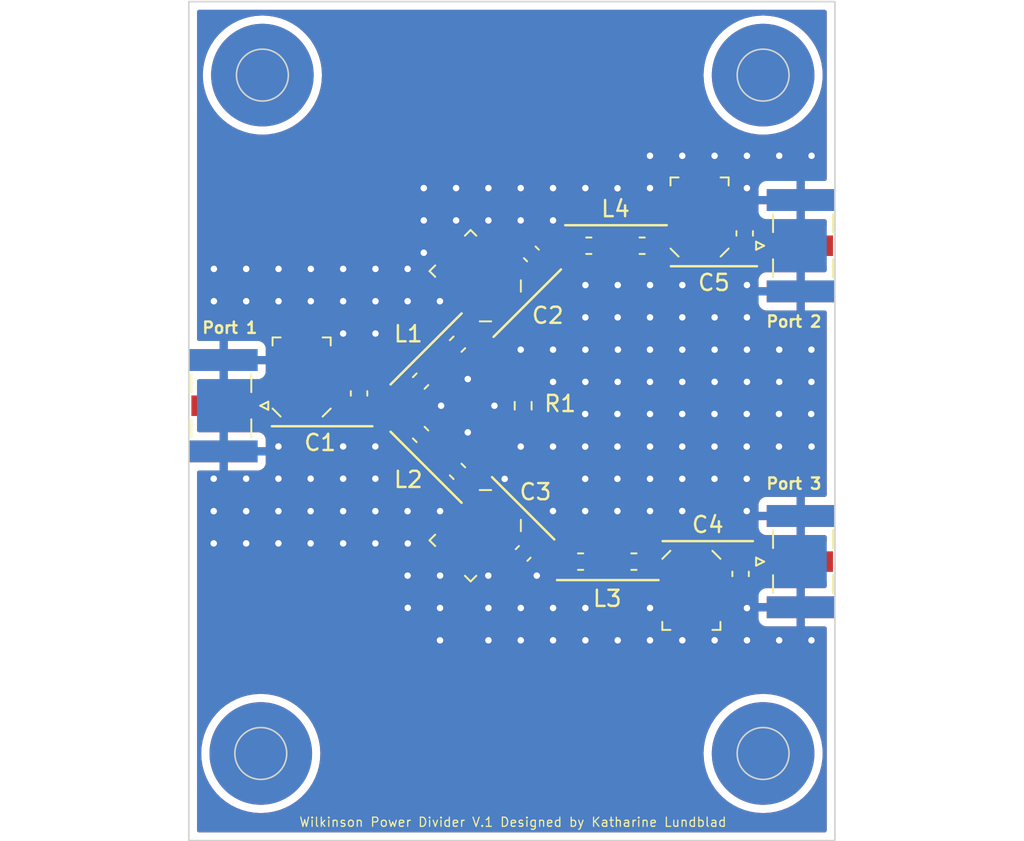
<source format=kicad_pcb>
(kicad_pcb (version 20211014) (generator pcbnew)
  (title_block (title "Wilkinson Power Divider") (date "2022-07-03") (rev "Version 2") (comment 1 "Designed by Katharine Lundblad"))
  (layers (0 "F.Cu" signal) (1 "In1.Cu" signal) (2 "In2.Cu" signal) (31 "B.Cu" signal) (34 "B.Paste" user) (35 "F.Paste" user) (36 "B.SilkS" user "B.Silkscreen") (37 "F.SilkS" user "F.Silkscreen") (38 "B.Mask" user) (39 "F.Mask" user) (44 "Edge.Cuts" user))
  (net 0 "")
  (net 1 "GND")
  (net 2 "Net-(C1-Pad1)")
  (net 3 "Net-(C6-Pad1)")
  (net 4 "Net-(C2-Pad1)")
  (net 5 "Net-(C10-Pad1)")
  (net 6 "Net-(C7-Pad1)")
  (net 7 "Net-(L1-Pad1)")
  (net 8 "Net-(L2-Pad1)")
  (net 9 "Net-(L3-Pad1)")
  (net 10 "Net-(L4-Pad1)")
  (footprint "Inductor_SMD:L_0603_1608Metric" (layer "F.Cu") (at 139.7 87.122)
    (fp_text reference "L8" hide)
    (fp_text value "L")
    (fp_line (start -0.162779 0.51) (end 0.162779 0.51) (layer "F.SilkS") (width 0.12))
    (fp_line (start -0.162779 -0.51) (end 0.162779 -0.51) (layer "F.SilkS") (width 0.12))
    (pad "1" smd roundrect (at -0.7875 0) (size 0.875 0.95) (layers "F.Cu" "F.Paste" "F.Mask") (net 3 "Net-(C6-Pad1)"))
    (pad "2" smd roundrect (at 0.7875 0) (size 0.875 0.95) (layers "F.Cu" "F.Paste" "F.Mask") (net 10 "Net-(L4-Pad1)"))
  )
  (footprint "Capacitor_SMD:C_Trimmer_Sprague-Goodman_SGC3" (layer "F.Cu") (at 133.35 69.596 135)
    (fp_text reference "C7" hide)
    (fp_text value "C_Trim")
    (fp_line (start -2.45 1.3) (end -1.95 1.8) (layer "F.SilkS") (width 0.12))
    (fp_line (start 2.45 -1.8) (end 1.95 -1.8) (layer "F.SilkS") (width 0.12))
    (fp_line (start -2.45 -1.3) (end -1.95 -1.8) (layer "F.SilkS") (width 0.12))
    (fp_line (start 2.45 1.8) (end 2.45 1.3) (layer "F.SilkS") (width 0.12))
    (fp_line (start 2.45 1.8) (end 1.95 1.8) (layer "F.SilkS") (width 0.12))
    (fp_line (start 2.45 -1.8) (end 2.45 -1.3) (layer "F.SilkS") (width 0.12))
    (pad "1" smd rect (at -1.8375 0 135) (size 1.075 1.4) (layers "F.Cu" "F.Paste" "F.Mask") (net 6 "Net-(C7-Pad1)"))
    (pad "2" smd rect (at 1.8375 0 135) (size 1.075 1.4) (layers "F.Cu" "F.Paste" "F.Mask") (net 1 "GND"))
  )
  (footprint "Capacitor_SMD:C_Trimmer_Sprague-Goodman_SGC3" (layer "F.Cu") (at 133.35 85.344 -135)
    (fp_text reference "C6" hide)
    (fp_text value "v")
    (fp_line (start -2.45 -1.3) (end -1.95 -1.8) (layer "F.SilkS") (width 0.12))
    (fp_line (start 2.45 1.8) (end 2.45 1.3) (layer "F.SilkS") (width 0.12))
    (fp_line (start -2.45 1.3) (end -1.95 1.8) (layer "F.SilkS") (width 0.12))
    (fp_line (start 2.45 -1.8) (end 2.45 -1.3) (layer "F.SilkS") (width 0.12))
    (fp_line (start 2.45 1.8) (end 1.95 1.8) (layer "F.SilkS") (width 0.12))
    (fp_line (start 2.45 -1.8) (end 1.95 -1.8) (layer "F.SilkS") (width 0.12))
    (pad "1" smd rect (at -1.8375 0 225) (size 1.075 1.4) (layers "F.Cu" "F.Paste" "F.Mask") (net 3 "Net-(C6-Pad1)"))
    (pad "2" smd rect (at 1.8375 0 225) (size 1.075 1.4) (layers "F.Cu" "F.Paste" "F.Mask") (net 1 "GND"))
  )
  (footprint "Inductor_SMD:L_0603_1608Metric" (layer "F.Cu") (at 129.794 79.248 -45)
    (fp_text reference "L6" hide)
    (fp_text value "L")
    (fp_line (start -0.162779 0.51) (end 0.162779 0.51) (layer "F.SilkS") (width 0.12))
    (fp_line (start -0.162779 -0.51) (end 0.162779 -0.51) (layer "F.SilkS") (width 0.12))
    (pad "1" smd roundrect (at -0.7875 0 315) (size 0.875 0.95) (layers "F.Cu" "F.Paste" "F.Mask") (net 2 "Net-(C1-Pad1)"))
    (pad "2" smd roundrect (at 0.7875 0 315) (size 0.875 0.95) (layers "F.Cu" "F.Paste" "F.Mask") (net 8 "Net-(L2-Pad1)"))
  )
  (footprint "Inductor_SMD:L_0603_1608Metric" (layer "F.Cu") (at 143.002 87.122)
    (fp_text reference "L4" hide)
    (fp_text value "L")
    (fp_line (start -0.162779 0.51) (end 0.162779 0.51) (layer "F.SilkS") (width 0.12))
    (fp_line (start -0.162779 -0.51) (end 0.162779 -0.51) (layer "F.SilkS") (width 0.12))
    (pad "1" smd roundrect (at -0.7875 0) (size 0.875 0.95) (layers "F.Cu" "F.Paste" "F.Mask") (net 10 "Net-(L4-Pad1)"))
    (pad "2" smd roundrect (at 0.7875 0) (size 0.875 0.95) (layers "F.Cu" "F.Paste" "F.Mask") (net 5 "Net-(C10-Pad1)"))
  )
  (footprint "Capacitor_SMD:C_0603_1608Metric" (layer "F.Cu") (at 149.86 66.802 90)
    (fp_text reference "C2" hide)
    (fp_text value "C_Small")
    (fp_line (start -0.14058 0.51) (end 0.14058 0.51) (layer "F.SilkS") (width 0.12))
    (fp_line (start -0.14058 -0.51) (end 0.14058 -0.51) (layer "F.SilkS") (width 0.12))
    (pad "1" smd roundrect (at -0.775 0 90) (size 0.9 0.95) (layers "F.Cu" "F.Paste" "F.Mask") (net 4 "Net-(C2-Pad1)"))
    (pad "2" smd roundrect (at 0.775 0 90) (size 0.9 0.95) (layers "F.Cu" "F.Paste" "F.Mask") (net 1 "GND"))
  )
  (footprint "Capacitor_SMD:C_0603_1608Metric" (layer "F.Cu") (at 149.606 87.884 -90)
    (fp_text reference "C3" hide)
    (fp_text value "C_Small")
    (fp_line (start -0.14058 0.51) (end 0.14058 0.51) (layer "F.SilkS") (width 0.12))
    (fp_line (start -0.14058 -0.51) (end 0.14058 -0.51) (layer "F.SilkS") (width 0.12))
    (pad "1" smd roundrect (at -0.775 0 270) (size 0.9 0.95) (layers "F.Cu" "F.Paste" "F.Mask") (net 5 "Net-(C10-Pad1)"))
    (pad "2" smd roundrect (at 0.775 0 270) (size 0.9 0.95) (layers "F.Cu" "F.Paste" "F.Mask") (net 1 "GND"))
  )
  (footprint "Capacitor_SMD:C_0603_1608Metric" (layer "F.Cu") (at 136.144 86.614 -135)
    (fp_text reference "C8" hide)
    (fp_text value "C_Small")
    (fp_line (start -0.14058 0.51) (end 0.14058 0.51) (layer "F.SilkS") (width 0.12))
    (fp_line (start -0.14058 -0.51) (end 0.14058 -0.51) (layer "F.SilkS") (width 0.12))
    (pad "1" smd roundrect (at -0.775 0 225) (size 0.9 0.95) (layers "F.Cu" "F.Paste" "F.Mask") (net 3 "Net-(C6-Pad1)"))
    (pad "2" smd roundrect (at 0.775 0 225) (size 0.9 0.95) (layers "F.Cu" "F.Paste" "F.Mask") (net 1 "GND"))
  )
  (footprint "Connector_Coaxial:SMA_Samtec_SMA-J-P-X-ST-EM1_EdgeMount" (layer "F.Cu") (at 153.3255 87.122 90)
    (fp_text reference "J3" hide)
    (fp_text value "Conn_Coaxial")
    (fp_line (start 0.25 -2.76) (end -0.25 -2.76) (layer "F.SilkS") (width 0.12))
    (fp_line (start 0.84 -1.71) (end 1.95 -1.71) (layer "F.SilkS") (width 0.12))
    (fp_line (start -1.95 -1.71) (end -0.84 -1.71) (layer "F.SilkS") (width 0.12))
    (fp_line (start 0.84 2) (end 1.95 2) (layer "F.SilkS") (width 0.12))
    (fp_line (start 0 -2.26) (end 0.25 -2.76) (layer "F.SilkS") (width 0.12))
    (fp_line (start -0.25 -2.76) (end 0 -2.26) (layer "F.SilkS") (width 0.12))
    (fp_line (start -1.95 2) (end -0.84 2) (layer "F.SilkS") (width 0.12))
    (pad "1" smd rect (at 0 0.2 90) (size 1.27 3.6) (layers "F.Cu" "F.Paste" "F.Mask") (net 5 "Net-(C10-Pad1)"))
    (pad "2" smd rect (at -2.825 0 90) (size 1.35 4.2) (layers "F.Cu" "F.Paste" "F.Mask") (net 1 "GND"))
    (pad "2" smd rect (at 2.825 0 90) (size 1.35 4.2) (layers "F.Cu" "F.Paste" "F.Mask") (net 1 "GND"))
    (pad "2" smd rect (at 2.825 0 90) (size 1.35 4.2) (layers "B.Cu" "B.Paste" "B.Mask") (net 1 "GND"))
    (pad "2" smd rect (at -2.825 0 90) (size 1.35 4.2) (layers "B.Cu" "B.Paste" "B.Mask") (net 1 "GND"))
  )
  (footprint "Capacitor_SMD:C_0603_1608Metric" (layer "F.Cu") (at 125.984 76.708 90)
    (fp_text reference "C1" hide)
    (fp_text value "C_Small")
    (fp_line (start -0.14058 -0.51) (end 0.14058 -0.51) (layer "F.SilkS") (width 0.12))
    (fp_line (start -0.14058 0.51) (end 0.14058 0.51) (layer "F.SilkS") (width 0.12))
    (pad "1" smd roundrect (at -0.775 0 90) (size 0.9 0.95) (layers "F.Cu" "F.Paste" "F.Mask") (net 2 "Net-(C1-Pad1)"))
    (pad "2" smd roundrect (at 0.775 0 90) (size 0.9 0.95) (layers "F.Cu" "F.Paste" "F.Mask") (net 1 "GND"))
  )
  (footprint "Connector_Coaxial:SMA_Samtec_SMA-J-P-X-ST-EM1_EdgeMount" (layer "F.Cu") (at 117.602 77.47 -90)
    (fp_text reference "J1" hide)
    (fp_text value "Conn_Coaxial")
    (fp_line (start 0 -2.26) (end 0.25 -2.76) (layer "F.SilkS") (width 0.12))
    (fp_line (start 0.25 -2.76) (end -0.25 -2.76) (layer "F.SilkS") (width 0.12))
    (fp_line (start -1.95 2) (end -0.84 2) (layer "F.SilkS") (width 0.12))
    (fp_line (start -0.25 -2.76) (end 0 -2.26) (layer "F.SilkS") (width 0.12))
    (fp_line (start -1.95 -1.71) (end -0.84 -1.71) (layer "F.SilkS") (width 0.12))
    (fp_line (start 0.84 -1.71) (end 1.95 -1.71) (layer "F.SilkS") (width 0.12))
    (fp_line (start 0.84 2) (end 1.95 2) (layer "F.SilkS") (width 0.12))
    (pad "1" smd rect (at 0 0.2 270) (size 1.27 3.6) (layers "F.Cu" "F.Paste" "F.Mask") (net 2 "Net-(C1-Pad1)"))
    (pad "2" smd rect (at -2.825 0 270) (size 1.35 4.2) (layers "F.Cu" "F.Paste" "F.Mask") (net 1 "GND"))
    (pad "2" smd rect (at -2.825 0 270) (size 1.35 4.2) (layers "B.Cu" "B.Paste" "B.Mask") (net 1 "GND"))
    (pad "2" smd rect (at 2.825 0 270) (size 1.35 4.2) (layers "B.Cu" "B.Paste" "B.Mask") (net 1 "GND"))
    (pad "2" smd rect (at 2.825 0 270) (size 1.35 4.2) (layers "F.Cu" "F.Paste" "F.Mask") (net 1 "GND"))
  )
  (footprint "Inductor_SMD:L_0603_1608Metric" (layer "F.Cu") (at 129.794 75.946 45)
    (fp_text reference "L5" hide)
    (fp_text value "L")
    (fp_line (start -0.162779 0.51) (end 0.162779 0.51) (layer "F.SilkS") (width 0.12))
    (fp_line (start -0.162779 -0.51) (end 0.162779 -0.51) (layer "F.SilkS") (width 0.12))
    (pad "1" smd roundrect (at -0.7875 0 45) (size 0.875 0.95) (layers "F.Cu" "F.Paste" "F.Mask") (net 2 "Net-(C1-Pad1)"))
    (pad "2" smd roundrect (at 0.7875 0 45) (size 0.875 0.95) (layers "F.Cu" "F.Paste" "F.Mask") (net 7 "Net-(L1-Pad1)"))
  )
  (footprint "Capacitor_SMD:C_0603_1608Metric" (layer "F.Cu") (at 136.652 68.072 135)
    (fp_text reference "C5" hide)
    (fp_text value "C_Small")
    (fp_line (start -0.14058 0.51) (end 0.14058 0.51) (layer "F.SilkS") (width 0.12))
    (fp_line (start -0.14058 -0.51) (end 0.14058 -0.51) (layer "F.SilkS") (width 0.12))
    (pad "1" smd roundrect (at -0.775 0 135) (size 0.9 0.95) (layers "F.Cu" "F.Paste" "F.Mask") (net 6 "Net-(C7-Pad1)"))
    (pad "2" smd roundrect (at 0.775 0 135) (size 0.9 0.95) (layers "F.Cu" "F.Paste" "F.Mask") (net 1 "GND"))
  )
  (footprint "Inductor_SMD:L_0603_1608Metric" (layer "F.Cu") (at 132.08 81.534 -45)
    (fp_text reference "L2" hide)
    (fp_text value "L")
    (fp_line (start -0.162779 -0.51) (end 0.162779 -0.51) (layer "F.SilkS") (width 0.12))
    (fp_line (start -0.162779 0.51) (end 0.162779 0.51) (layer "F.SilkS") (width 0.12))
    (pad "1" smd roundrect (at -0.7875 0 315) (size 0.875 0.95) (layers "F.Cu" "F.Paste" "F.Mask") (net 8 "Net-(L2-Pad1)"))
    (pad "2" smd roundrect (at 0.7875 0 315) (size 0.875 0.95) (layers "F.Cu" "F.Paste" "F.Mask") (net 3 "Net-(C6-Pad1)"))
  )
  (footprint "Capacitor_SMD:C_Trimmer_Sprague-Goodman_SGC3" (layer "F.Cu") (at 122.428 75.692 90)
    (fp_text reference "C1" (at -4.064 1.143 180) (layer "F.SilkS"))
    (fp_text value "C_Trim")
    (fp_line (start 2.45 1.8) (end 1.95 1.8) (layer "F.SilkS") (width 0.12))
    (fp_line (start 2.45 1.8) (end 2.45 1.3) (layer "F.SilkS") (width 0.12))
    (fp_line (start -2.45 1.3) (end -1.95 1.8) (layer "F.SilkS") (width 0.12))
    (fp_line (start 2.45 -1.8) (end 1.95 -1.8) (layer "F.SilkS") (width 0.12))
    (fp_line (start 2.45 -1.8) (end 2.45 -1.3) (layer "F.SilkS") (width 0.12))
    (fp_line (start -2.45 -1.3) (end -1.95 -1.8) (layer "F.SilkS") (width 0.12))
    (pad "1" smd rect (at -1.8375 0 90) (size 1.075 1.4) (layers "F.Cu" "F.Paste" "F.Mask") (net 2 "Net-(C1-Pad1)"))
    (pad "2" smd rect (at 1.8375 0 90) (size 1.075 1.4) (layers "F.Cu" "F.Paste" "F.Mask") (net 1 "GND"))
  )
  (footprint "Connector_Coaxial:SMA_Samtec_SMA-J-P-X-ST-EM1_EdgeMount" (layer "F.Cu") (at 153.3255 67.564 90)
    (fp_text reference "J2" hide)
    (fp_text value "Conn_Coaxial")
    (fp_line (start 0 -2.26) (end 0.25 -2.76) (layer "F.SilkS") (width 0.12))
    (fp_line (start 0.84 2) (end 1.95 2) (layer "F.SilkS") (width 0.12))
    (fp_line (start 0.84 -1.71) (end 1.95 -1.71) (layer "F.SilkS") (width 0.12))
    (fp_line (start -1.95 -1.71) (end -0.84 -1.71) (layer "F.SilkS") (width 0.12))
    (fp_line (start -1.95 2) (end -0.84 2) (layer "F.SilkS") (width 0.12))
    (fp_line (start 0.25 -2.76) (end -0.25 -2.76) (layer "F.SilkS") (width 0.12))
    (fp_line (start -0.25 -2.76) (end 0 -2.26) (layer "F.SilkS") (width 0.12))
    (pad "1" smd rect (at 0 0.2 90) (size 1.27 3.6) (layers "F.Cu" "F.Paste" "F.Mask") (net 4 "Net-(C2-Pad1)"))
    (pad "2" smd rect (at -2.825 0 90) (size 1.35 4.2) (layers "B.Cu" "B.Paste" "B.Mask") (net 1 "GND"))
    (pad "2" smd rect (at 2.825 0 90) (size 1.35 4.2) (layers "F.Cu" "F.Paste" "F.Mask") (net 1 "GND"))
    (pad "2" smd rect (at -2.825 0 90) (size 1.35 4.2) (layers "F.Cu" "F.Paste" "F.Mask") (net 1 "GND"))
    (pad "2" smd rect (at 2.825 0 90) (size 1.35 4.2) (layers "B.Cu" "B.Paste" "B.Mask") (net 1 "GND"))
  )
  (footprint "Capacitor_SMD:C_Trimmer_Sprague-Goodman_SGC3" (layer "F.Cu") (at 147.066 65.786 90)
    (fp_text reference "C9" hide)
    (fp_text value "C_Trim")
    (fp_line (start -2.45 -1.3) (end -1.95 -1.8) (layer "F.SilkS") (width 0.12))
    (fp_line (start 2.45 -1.8) (end 2.45 -1.3) (layer "F.SilkS") (width 0.12))
    (fp_line (start 2.45 -1.8) (end 1.95 -1.8) (layer "F.SilkS") (width 0.12))
    (fp_line (start 2.45 1.8) (end 1.95 1.8) (layer "F.SilkS") (width 0.12))
    (fp_line (start 2.45 1.8) (end 2.45 1.3) (layer "F.SilkS") (width 0.12))
    (fp_line (start -2.45 1.3) (end -1.95 1.8) (layer "F.SilkS") (width 0.12))
    (pad "1" smd rect (at -1.8375 0 90) (size 1.075 1.4) (layers "F.Cu" "F.Paste" "F.Mask") (net 4 "Net-(C2-Pad1)"))
    (pad "2" smd rect (at 1.8375 0 90) (size 1.075 1.4) (layers "F.Cu" "F.Paste" "F.Mask") (net 1 "GND"))
  )
  (footprint "Inductor_SMD:L_0603_1608Metric" (layer "F.Cu") (at 132.08 73.66 45)
    (fp_text reference "L1" (at -1.706249 -2.604274 180) (layer "F.SilkS"))
    (fp_text value "L")
    (fp_line (start -0.162779 -0.51) (end 0.162779 -0.51) (layer "F.SilkS") (width 0.12))
    (fp_line (start -0.162779 0.51) (end 0.162779 0.51) (layer "F.SilkS") (width 0.12))
    (pad "1" smd roundrect (at -0.7875 0 45) (size 0.875 0.95) (layers "F.Cu" "F.Paste" "F.Mask") (net 7 "Net-(L1-Pad1)"))
    (pad "2" smd roundrect (at 0.7875 0 45) (size 0.875 0.95) (layers "F.Cu" "F.Paste" "F.Mask") (net 6 "Net-(C7-Pad1)"))
  )
  (footprint "Resistor_SMD:R_0603_1608Metric" (layer "F.Cu") (at 136.144 77.47 -90)
    (fp_text reference "R1" (at -0.127 -2.286) (layer "F.SilkS"))
    (fp_text value "R")
    (fp_line (start -0.237258 -0.5225) (end 0.237258 -0.5225) (layer "F.SilkS") (width 0.12))
    (fp_line (start -0.237258 0.5225) (end 0.237258 0.5225) (layer "F.SilkS") (width 0.12))
    (pad "1" smd roundrect (at -0.825 0 270) (size 0.8 0.95) (layers "F.Cu" "F.Paste" "F.Mask") (net 6 "Net-(C7-Pad1)"))
    (pad "2" smd roundrect (at 0.825 0 270) (size 0.8 0.95) (layers "F.Cu" "F.Paste" "F.Mask") (net 3 "Net-(C6-Pad1)"))
  )
  (footprint "Capacitor_SMD:C_Trimmer_Sprague-Goodman_SGC3" (layer "F.Cu") (at 146.558 88.9 -90)
    (fp_text reference "C10" hide)
    (fp_text value "C_Trim")
    (fp_line (start -2.45 1.3) (end -1.95 1.8) (layer "F.SilkS") (width 0.12))
    (fp_line (start 2.45 1.8) (end 1.95 1.8) (layer "F.SilkS") (width 0.12))
    (fp_line (start 2.45 -1.8) (end 2.45 -1.3) (layer "F.SilkS") (width 0.12))
    (fp_line (start 2.45 -1.8) (end 1.95 -1.8) (layer "F.SilkS") (width 0.12))
    (fp_line (start -2.45 -1.3) (end -1.95 -1.8) (layer "F.SilkS") (width 0.12))
    (fp_line (start 2.45 1.8) (end 2.45 1.3) (layer "F.SilkS") (width 0.12))
    (pad "1" smd rect (at -1.8375 0 270) (size 1.075 1.4) (layers "F.Cu" "F.Paste" "F.Mask") (net 5 "Net-(C10-Pad1)"))
    (pad "2" smd rect (at 1.8375 0 270) (size 1.075 1.4) (layers "F.Cu" "F.Paste" "F.Mask") (net 1 "GND"))
  )
  (footprint "Inductor_SMD:L_0603_1608Metric" (layer "F.Cu") (at 140.208 67.564)
    (fp_text reference "L7" hide)
    (fp_text value "L")
    (fp_line (start -0.162779 0.51) (end 0.162779 0.51) (layer "F.SilkS") (width 0.12))
    (fp_line (start -0.162779 -0.51) (end 0.162779 -0.51) (layer "F.SilkS") (width 0.12))
    (pad "1" smd roundrect (at -0.7875 0) (size 0.875 0.95) (layers "F.Cu" "F.Paste" "F.Mask") (net 6 "Net-(C7-Pad1)"))
    (pad "2" smd roundrect (at 0.7875 0) (size 0.875 0.95) (layers "F.Cu" "F.Paste" "F.Mask") (net 9 "Net-(L3-Pad1)"))
  )
  (footprint "Inductor_SMD:L_0603_1608Metric" (layer "F.Cu") (at 143.51 67.564)
    (fp_text reference "L3" hide)
    (fp_text value "L")
    (fp_line (start -0.162779 -0.51) (end 0.162779 -0.51) (layer "F.SilkS") (width 0.12))
    (fp_line (start -0.162779 0.51) (end 0.162779 0.51) (layer "F.SilkS") (width 0.12))
    (pad "1" smd roundrect (at -0.7875 0) (size 0.875 0.95) (layers "F.Cu" "F.Paste" "F.Mask") (net 9 "Net-(L3-Pad1)"))
    (pad "2" smd roundrect (at 0.7875 0) (size 0.875 0.95) (layers "F.Cu" "F.Paste" "F.Mask") (net 4 "Net-(C2-Pad1)"))
  )
  (gr_circle (center 120 57) (end 123.100465 57) (layer "F.Cu") (width 0.15) (fill solid))
  (gr_circle (center 119.899535 99) (end 123 99) (layer "F.Cu") (width 0.15) (fill solid))
  (gr_circle (center 151 99) (end 154.100465 99) (layer "F.Cu") (width 0.15) (fill solid))
  (gr_circle (center 151 57) (end 154.100465 57) (layer "F.Cu") (width 0.15) (fill solid))
  (gr_circle (center 151 57) (end 154.100465 57) (layer "B.Cu") (width 0.15) (fill solid))
  (gr_circle (center 119.899535 99) (end 123 99) (layer "B.Cu") (width 0.15) (fill solid))
  (gr_circle (center 151 99) (end 154.100465 99) (layer "B.Cu") (width 0.15) (fill solid))
  (gr_circle (center 120 57) (end 123.100465 57) (layer "B.Cu") (width 0.15) (fill solid))
  (gr_line (start 138.48591 69.03209) (end 134.31009 73.20791) (layer "F.SilkS") (width 0.15))
  (gr_line (start 138.074756 85.750756) (end 134.213245 81.889245) (layer "F.SilkS") (width 0.15))
  (gr_line (start 144.526 88.265) (end 138.2395 88.265) (layer "F.SilkS") (width 0.15))
  (gr_line (start 144.78 85.852) (end 150.368 85.852) (layer "F.SilkS") (width 0.15))
  (gr_line (start 145.034 66.294) (end 138.7475 66.294) (layer "F.SilkS") (width 0.15))
  (gr_line (start 127.933675 79.079838) (end 132.334 83.480163) (layer "F.SilkS") (width 0.15))
  (gr_line (start 127.933675 76.155325) (end 132.334 71.755) (layer "F.SilkS") (width 0.15))
  (gr_line (start 120.586501 78.74) (end 126.8095 78.74) (layer "F.SilkS") (width 0.15))
  (gr_line (start 145.288 68.834) (end 150.622 68.834) (layer "F.SilkS") (width 0.15))
  (gr_circle (center 151 57) (end 151.508 58.524) (layer "Edge.Cuts") (width 0.1) (fill none))
  (gr_poly (pts (xy 155.448 104.394) (xy 115.443 104.394) (xy 115.443 74.041) (xy 115.443 52.451) (xy 155.448 52.451)) (layer "Edge.Cuts") (width 0.1) (fill none))
  (gr_circle (center 119.899535 99) (end 120.407535 100.524) (layer "Edge.Cuts") (width 0.1) (fill none))
  (gr_circle (center 120 57) (end 120.508 58.524) (layer "Edge.Cuts") (width 0.1) (fill none))
  (gr_circle (center 151 99) (end 151.508 100.524) (layer "Edge.Cuts") (width 0.1) (fill none))
  (gr_text "Wilkinson Power Divider V.1 Designed by Katharine Lundblad" (at 135.509 103.251) (layer "F.SilkS") (effects (font (size 0.57 0.57) (thickness 0.075))))
  (gr_text "Port 2" (at 152.908 72.263) (layer "F.SilkS") (effects (font (size 0.7 0.7))))
  (gr_text "L2" (at 129.032 82.042) (layer "F.SilkS") (effects (font (size 1 1))))
  (gr_text "Port 3" (at 152.908 82.296) (layer "F.SilkS") (effects (font (size 0.7 0.7))))
  (gr_text "Port 1" (at 117.983 72.644) (layer "F.SilkS") (effects (font (size 0.7 0.7))))
  (gr_text "C3" (at 136.906 82.804) (layer "F.SilkS") (effects (font (size 1 1))))
  (gr_text "L3" (at 141.351 89.408) (layer "F.SilkS") (effects (font (size 1 1))))
  (gr_text "C4" (at 147.574 84.836) (layer "F.SilkS") (effects (font (size 1 1))))
  (gr_text "L4\n" (at 141.859 65.278) (layer "F.SilkS") (effects (font (size 1 1))))
  (gr_text "C2" (at 137.668 71.882) (layer "F.SilkS") (effects (font (size 1 1))))
  (gr_text "C5" (at 147.955 69.85) (layer "F.SilkS") (effects (font (size 1 1))))
  (via (at 135.992859 65.997532) (size 0.8) (drill 0.4) (layers "F.Cu" "B.Cu") (net 1))
  (via (at 128.990392 70.999294) (size 0.8) (drill 0.4) (layers "F.Cu" "B.Cu") (net 1))
  (via (at 128.988982 87.988982) (size 0.8) (drill 0.4) (layers "F.Cu" "B.Cu") (net 1))
  (via (at 149.985698 83.991097) (size 0.8) (drill 0.4) (layers "F.Cu" "B.Cu") (net 1))
  (via (at 149.999999 91.993829) (size 0.8) (drill 0.4) (layers "F.Cu" "B.Cu") (net 1))
  (via (at 145.994601 81.995548) (size 0.8) (drill 0.4) (layers "F.Cu" "B.Cu") (net 1))
  (via (at 132.715 79.121) (size 0.8) (drill 0.4) (layers "F.Cu" "B.Cu") (net 1))
  (via (at 147.999294 91.993829) (size 0.8) (drill 0.4) (layers "F.Cu" "B.Cu") (net 1))
  (via (at 120.991318 81.986866) (size 0.8) (drill 0.4) (layers "F.Cu" "B.Cu") (net 1))
  (via (at 137.994359 75.993124) (size 0.8) (drill 0.4) (layers "F.Cu" "B.Cu") (net 1))
  (via (at 137.993564 63.996827) (size 0.8) (drill 0.4) (layers "F.Cu" "B.Cu") (net 1))
  (via (at 145.994601 77.981247) (size 0.8) (drill 0.4) (layers "F.Cu" "B.Cu") (net 1))
  (via (at 129.990744 63.996827) (size 0.8) (drill 0.4) (layers "F.Cu" "B.Cu") (net 1))
  (via (at 149.998589 73.999294) (size 0.8) (drill 0.4) (layers "F.Cu" "B.Cu") (net 1))
  (via (at 149.997795 63.996827) (size 0.8) (drill 0.4) (layers "F.Cu" "B.Cu") (net 1))
  (via (at 130.991097 70.999294) (size 0.8) (drill 0.4) (layers "F.Cu" "B.Cu") (net 1))
  (via (at 116.984751 81.986866) (size 0.8) (drill 0.4) (layers "F.Cu" "B.Cu") (net 1))
  (via (at 141.984661 64.00714) (size 0.8) (drill 0.4) (layers "F.Cu" "B.Cu") (net 1))
  (via (at 126.999999 72.999999) (size 0.8) (drill 0.4) (layers "F.Cu" "B.Cu") (net 1))
  (via (at 129 86) (size 0.8) (drill 0.4) (layers "F.Cu" "B.Cu") (net 1))
  (via (at 133.985588 87.988982) (size 0.8) (drill 0.4) (layers "F.Cu" "B.Cu") (net 1))
  (via (at 131.991449 65.997532) (size 0.8) (drill 0.4) (layers "F.Cu" "B.Cu") (net 1))
  (via (at 129.990744 67.998237) (size 0.8) (drill 0.4) (layers "F.Cu" "B.Cu") (net 1))
  (via (at 120.991318 79.991318) (size 0.8) (drill 0.4) (layers "F.Cu" "B.Cu") (net 1))
  (via (at 137.993564 65.997532) (size 0.8) (drill 0.4) (layers "F.Cu" "B.Cu") (net 1))
  (via (at 137.994359 73.999294) (size 0.8) (drill 0.4) (layers "F.Cu" "B.Cu") (net 1))
  (via (at 133.992154 65.997532) (size 0.8) (drill 0.4) (layers "F.Cu" "B.Cu") (net 1))
  (via (at 145.997179 71.998589) (size 0.8) (drill 0.4) (layers "F.Cu" "B.Cu") (net 1))
  (via (at 140 70) (size 0.8) (drill 0.4) (layers "F.Cu" "B.Cu") (net 1))
  (via (at 153.993124 73.999294) (size 0.8) (drill 0.4) (layers "F.Cu" "B.Cu") (net 1))
  (via (at 126.999999 68.998589) (size 0.8) (drill 0.4) (layers "F.Cu" "B.Cu") (net 1))
  (via (at 130.999999 87.988982) (size 0.8) (drill 0.4) (layers "F.Cu" "B.Cu") (net 1))
  (via (at 143.995679 61.996122) (size 0.8) (drill 0.4) (layers "F.Cu" "B.Cu") (net 1))
  (via (at 150 90) (size 0.8) (drill 0.4) (layers "F.Cu" "B.Cu") (net 1))
  (via (at 154 80) (size 0.8) (drill 0.4) (layers "F.Cu" "B.Cu") (net 1))
  (via (at 135.993654 73.999294) (size 0.8) (drill 0.4) (layers "F.Cu" "B.Cu") (net 1))
  (via (at 126.993433 81.986866) (size 0.8) (drill 0.4) (layers "F.Cu" "B.Cu") (net 1))
  (via (at 144 70) (size 0.8) (drill 0.4) (layers "F.Cu" "B.Cu") (net 1))
  (via (at 147.99015 79.999999) (size 0.8) (drill 0.4) (layers "F.Cu" "B.Cu") (net 1))
  (via (at 149.998589 71.998589) (size 0.8) (drill 0.4) (layers "F.Cu" "B.Cu") (net 1))
  (via (at 143.999053 77.981247) (size 0.8) (drill 0.4) (layers "F.Cu" "B.Cu") (net 1))
  (via (at 137.995769 89.993124) (size 0.8) (drill 0.4) (layers "F.Cu" "B.Cu") (net 1))
  (via (at 118.995769 85.993433) (size 0.8) (drill 0.4) (layers "F.Cu" "B.Cu") (net 1))
  (via (at 124.997884 83.997884) (size 0.8) (drill 0.4) (layers "F.Cu" "B.Cu") (net 1))
  (via (at 153.976795 77.981247) (size 0.8) (drill 0.4) (layers "F.Cu" "B.Cu") (net 1))
  (via (at 133.994359 89.993124) (size 0.8) (drill 0.4) (layers "F.Cu" "B.Cu") (net 1))
  (via (at 153.999205 61.996122) (size 0.8) (drill 0.4) (layers "F.Cu" "B.Cu") (net 1))
  (via (at 141.9803 81.995548) (size 0.8) (drill 0.4) (layers "F.Cu" "B.Cu") (net 1))
  (via (at 133.994359 91.993829) (size 0.8) (drill 0.4) (layers "F.Cu" "B.Cu") (net 1))
  (via (at 151.981247 79.999999) (size 0.8) (drill 0.4) (layers "F.Cu" "B.Cu") (net 1))
  (via (at 139.996474 91.993829) (size 0.8) (drill 0.4) (layers "F.Cu" "B.Cu") (net 1))
  (via (at 151.993829 91.993829) (size 0.8) (drill 0.4) (layers "F.Cu" "B.Cu") (net 1))
  (via (at 146 70) (size 0.8) (drill 0.4) (layers "F.Cu" "B.Cu") (net 1))
  (via (at 135.993654 79.999999) (size 0.8) (drill 0.4) (layers "F.Cu" "B.Cu") (net 1))
  (via (at 143.999053 83.991097) (size 0.8) (drill 0.4) (layers "F.Cu" "B.Cu") (net 1))
  (via (at 142.00952 73.999294) (size 0.8) (drill 0.4) (layers "F.Cu" "B.Cu") (net 1))
  (via (at 153.993124 75.993124) (size 0.8) (drill 0.4) (layers "F.Cu" "B.Cu") (net 1))
  (via (at 143.996474 75.993124) (size 0.8) (drill 0.4) (layers "F.Cu" "B.Cu") (net 1))
  (via (at 124.999294 70.999294) (size 0.8) (drill 0.4) (layers "F.Cu" "B.Cu") (net 1))
  (via (at 149.998589 75.993124) (size 0.8) (drill 0.4) (layers "F.Cu" "B.Cu") (net 1))
  (via (at 124.997884 79.991318) (size 0.8) (drill 0.4) (layers "F.Cu" "B.Cu") (net 1))
  (via (at 128.990392 68.998589) (size 0.8) (drill 0.4) (layers "F.Cu" "B.Cu") (net 1))
  (via (at 118.997179 70.999294) (size 0.8) (drill 0.4) (layers "F.Cu" "B.Cu") (net 1))
  (via (at 141.9803 83.991097) (size 0.8) (drill 0.4) (layers "F.Cu" "B.Cu") (net 1))
  (via (at 149.985698 81.995548) (size 0.8) (drill 0.4) (layers "F.Cu" "B.Cu") (net 1))
  (via (at 116.984751 85.993433) (size 0.8) (drill 0.4) (layers "F.Cu" "B.Cu") (net 1))
  (via (at 149.985698 77.981247) (size 0.8) (drill 0.4) (layers "F.Cu" "B.Cu") (net 1))
  (via (at 118.995769 83.997884) (size 0.8) (drill 0.4) (layers "F.Cu" "B.Cu") (net 1))
  (via (at 132.715 75.819) (size 0.8) (drill 0.4) (layers "F.Cu" "B.Cu") (net 1))
  (via (at 145.994601 83.991097) (size 0.8) (drill 0.4) (layers "F.Cu" "B.Cu") (net 1))
  (via (at 143.999053 81.995548) (size 0.8) (drill 0.4) (layers "F.Cu" "B.Cu") (net 1))
  (via (at 139.984751 81.995548) (size 0.8) (drill 0.4) (layers "F.Cu" "B.Cu") (net 1))
  (via (at 147.99015 77.981247) (size 0.8) (drill 0.4) (layers "F.Cu" "B.Cu") (net 1))
  (via (at 122.986866 81.986866) (size 0.8) (drill 0.4) (layers "F.Cu" "B.Cu") (net 1))
  (via (at 128.988982 83.997884) (size 0.8) (drill 0.4) (layers "F.Cu" "B.Cu") (net 1))
  (via (at 120.991318 83.997884) (size 0.8) (drill 0.4) (layers "F.Cu" "B.Cu") (net 1))
  (via (at 130.999999 83.997884) (size 0.8) (drill 0.4) (layers "F.Cu" "B.Cu") (net 1))
  (via (at 147.997884 71.998589) (size 0.8) (drill 0.4) (layers "F.Cu" "B.Cu") (net 1))
  (via (at 122.986866 85.993433) (size 0.8) (drill 0.4) (layers "F.Cu" "B.Cu") (net 1))
  (via (at 143.995679 63.996827) (size 0.8) (drill 0.4) (layers "F.Cu" "B.Cu") (net 1))
  (via (at 116.984751 83.997884) (size 0.8) (drill 0.4) (layers "F.Cu" "B.Cu") (net 1))
  (via (at 139.984751 77.981247) (size 0.8) (drill 0.4) (layers "F.Cu" "B.Cu") (net 1))
  (via (at 149.997795 61.996122) (size 0.8) (drill 0.4) (layers "F.Cu" "B.Cu") (net 1))
  (via (at 126.993433 79.991318) (size 0.8) (drill 0.4) (layers "F.Cu" "B.Cu") (net 1))
  (via (at 131.991449 63.996827) (size 0.8) (drill 0.4) (layers "F.Cu" "B.Cu") (net 1))
  (via (at 139.984751 83.991097) (size 0.8) (drill 0.4) (layers "F.Cu" "B.Cu") (net 1))
  (via (at 120.997884 70.999294) (size 0.8) (drill 0.4) (layers "F.Cu" "B.Cu") (net 1))
  (via (at 145.996384 61.996122) (size 0.8) (drill 0.4) (layers "F.Cu" "B.Cu") (net 1))
  (via (at 120.997884 68.998589) (size 0.8) (drill 0.4) (layers "F.Cu" "B.Cu") (net 1))
  (via (at 131.064 77.47) (size 0.8) (drill 0.4) (layers "F.Cu" "B.Cu") (net 1))
  (via (at 137.995769 91.993829) (size 0.8) (drill 0.4) (layers "F.Cu" "B.Cu") (net 1))
  (via (at 143.996474 73.999294) (size 0.8) (drill 0.4) (layers "F.Cu" "B.Cu") (net 1))
  (via (at 147.997884 75.993124) (size 0.8) (drill 0.4) (layers "F.Cu" "B.Cu") (net 1))
  (via (at 139.995064 73.999294) (size 0.8) (drill 0.4) (layers "F.Cu" "B.Cu") (net 1))
  (via (at 142 70) (size 0.8) (drill 0.4) (layers "F.Cu" "B.Cu") (net 1))
  (via (at 141.995769 75.993124) (size 0.8) (drill 0.4) (layers "F.Cu" "B.Cu") (net 1))
  (via (at 136.986645 87.988982) (size 0.8) (drill 0.4) (layers "F.Cu" "B.Cu") (net 1))
  (via (at 137.989203 79.999999) (size 0.8) (drill 0.4) (layers "F.Cu" "B.Cu") (net 1))
  (via (at 141.9803 79.999999) (size 0.8) (drill 0.4) (layers "F.Cu" "B.Cu") (net 1))
  (via (at 151.981247 77.981247) (size 0.8) (drill 0.4) (layers "F.Cu" "B.Cu") (net 1))
  (via (at 145.997179 75.993124) (size 0.8) (drill 0.4) (layers "F.Cu" "B.Cu") (net 1))
  (via (at 135.995064 91.993829) (size 0.8) (drill 0.4) (layers "F.Cu" "B.Cu") (net 1))
  (via (at 118.997179 68.998589) (size 0.8) (drill 0.4) (layers "F.Cu" "B.Cu") (net 1))
  (via (at 145.997179 73.999294) (size 0.8) (drill 0.4) (layers "F.Cu" "B.Cu") (net 1))
  (via (at 118.995769 81.986866) (size 0.8) (drill 0.4) (layers "F.Cu" "B.Cu") (net 1))
  (via (at 130.996739 91.993829) (size 0.8) (drill 0.4) (layers "F.Cu" "B.Cu") (net 1))
  (via (at 151.999294 73.999294) (size 0.8) (drill 0.4) (layers "F.Cu" "B.Cu") (net 1))
  (via (at 141.995769 71.998589) (size 0.8) (drill 0.4) (layers "F.Cu" "B.Cu") (net 1))
  (via (at 139.984751 79.999999) (size 0.8) (drill 0.4) (layers "F.Cu" "B.Cu") (net 1))
  (via (at 122.998589 68.998589) (size 0.8) (drill 0.4) (layers "F.Cu" "B.Cu") (net 1))
  (via (at 122.986866 83.997884) (size 0.8) (drill 0.4) (layers "F.Cu" "B.Cu") (net 1))
  (via (at 153.994534 91.993829) (size 0.8) (drill 0.4) (layers "F.Cu" "B.Cu") (net 1))
  (via (at 139.995064 71.998589) (size 0.8) (drill 0.4) (layers "F.Cu" "B.Cu") (net 1))
  (via (at 147.99015 81.995548) (size 0.8) (drill 0.4) (layers "F.Cu" "B.Cu") (net 1))
  (via (at 139.994269 63.996827) (size 0.8) (drill 0.4) (layers "F.Cu" "B.Cu") (net 1))
  (via (at 139.996474 89.993124) (size 0.8) (drill 0.4) (layers "F.Cu" "B.Cu") (net 1))
  (via (at 139.995064 75.993124) (size 0.8) (drill 0.4) (layers "F.Cu" "B.Cu") (net 1))
  (via (at 143.999053 79.999999) (size 0.8) (drill 0.4) (layers "F.Cu" "B.Cu") (net 1))
  (via (at 147.997884 73.999294) (size 0.8) (drill 0.4) (layers "F.Cu" "B.Cu") (net 1))
  (via (at 129.002909 89.986249) (size 0.8) (drill 0.4) (layers "F.Cu" "B.Cu") (net 1))
  (via (at 124.997884 85.993433) (size 0.8) (drill 0.4) (layers "F.Cu" "B.Cu") (net 1))
  (via (at 145.994601 79.999999) (size 0.8) (drill 0.4) (layers "F.Cu" "B.Cu") (net 1))
  (via (at 122.998589 70.999294) (size 0.8) (drill 0.4) (layers "F.Cu" "B.Cu") (net 1))
  (via (at 124.999294 72.999999) (size 0.8) (drill 0.4) (layers "F.Cu" "B.Cu") (net 1))
  (via (at 126.999999 70.999294) (size 0.8) (drill 0.4) (layers "F.Cu" "B.Cu") (net 1))
  (via (at 135 82) (size 0.8) (drill 0.4) (layers "F.Cu" "B.Cu") (net 1))
  (via (at 124.997884 81.986866) (size 0.8) (drill 0.4) (layers "F.Cu" "B.Cu") (net 1))
  (via (at 126.993433 85.993433) (size 0.8) (drill 0.4) (layers "F.Cu" "B.Cu") (net 1))
  (via (at 137.989203 83.991097) (size 0.8) (drill 0.4) (layers "F.Cu" "B.Cu") (net 1))
  (via (at 135.992859 63.996827) (size 0.8) (drill 0.4) (layers "F.Cu" "B.Cu") (net 1))
  (via (at 141.997179 91.993829) (size 0.8) (drill 0.4) (layers "F.Cu" "B.Cu") (net 1))
  (via (at 130.996739 89.993124) (size 0.8) (drill 0.4) (layers "F.Cu" "B.Cu") (net 1))
  (via (at 133.992154 63.996827) (size 0.8) (drill 0.4) (layers "F.Cu" "B.Cu") (net 1))
  (via (at 134.366 77.47) (size 0.8) (drill 0.4) (layers "F.Cu" "B.Cu") (net 1))
  (via (at 120.991318 85.993433) (size 0.8) (drill 0.4) (layers "F.Cu" "B.Cu") (net 1))
  (via (at 135.995064 89.993124) (size 0.8) (drill 0.4) (layers "F.Cu" "B.Cu") (net 1))
  (via (at 129.990744 65.997532) (size 0.8) (drill 0.4) (layers "F.Cu" "B.Cu") (net 1))
  (via (at 141.9803 77.981247) (size 0.8) (drill 0.4) (layers "F.Cu" "B.Cu") (net 1))
  (via (at 143.996474 71.998589) (size 0.8) (drill 0.4) (layers "F.Cu" "B.Cu") (net 1))
  (via (at 149.998589 69.997884) (size 0.8) (drill 0.4) (layers "F.Cu" "B.Cu") (net 1))
  (via (at 116.996474 70.999294) (size 0.8) (drill 0.4) (layers "F.Cu" "B.Cu") (net 1))
  (via (at 124.999294 68.998589) (size 0.8) (drill 0.4) (layers "F.Cu" "B.Cu") (net 1))
  (via (at 151.999294 75.993124) (size 0.8) (drill 0.4) (layers "F.Cu" "B.Cu") (net 1))
  (via (at 116.996474 68.998589) (size 0.8) (drill 0.4) (layers "F.Cu" "B.Cu") (net 1))
  (via (at 149.985698 79.999999) (size 0.8) (drill 0.4) (layers "F.Cu" "B.Cu") (net 1))
  (via (at 143.997884 91.993829) (size 0.8) (drill 0.4) (layers "F.Cu" "B.Cu") (net 1))
  (via (at 143.997884 89.993124) (size 0.8) (drill 0.4) (layers "F.Cu" "B.Cu") (net 1))
  (via (at 151.9985 61.996122) (size 0.8) (drill 0.4) (layers "F.Cu" "B.Cu") (net 1))
  (via (at 147.99709 61.996122) (size 0.8) (drill 0.4) (layers "F.Cu" "B.Cu") (net 1))
  (via (at 126.993433 83.997884) (size 0.8) (drill 0.4) (layers "F.Cu" "B.Cu") (net 1))
  (via (at 145.998589 91.993829) (size 0.8) (drill 0.4) (layers "F.Cu" "B.Cu") (net 1))
  (segment (start 122.428 77.5295) (end 125.9375 77.5295) (width 0.29337) (layer "F.Cu") (net 2))
  (segment (start 128.27 77.724) (end 129.237153 78.691153) (width 0.29337) (layer "F.Cu") (net 2))
  (segment (start 122.3685 77.47) (end 122.428 77.5295) (width 0.29337) (layer "F.Cu") (net 2))
  (segment (start 128.27 77.47) (end 128.27 77.724) (width 0.29337) (layer "F.Cu") (net 2))
  (segment (start 128.27 77.47) (end 129.237153 76.502847) (width 0.29337) (layer "F.Cu") (net 2))
  (segment (start 117.402 77.47) (end 122.3685 77.47) (width 0.29337) (layer "F.Cu") (net 2))
  (segment (start 128.257 77.483) (end 128.27 77.47) (width 0.29337) (layer "F.Cu") (net 2))
  (segment (start 125.984 77.483) (end 128.257 77.483) (width 0.29337) (layer "F.Cu") (net 2))
  (segment (start 125.9375 77.5295) (end 125.984 77.483) (width 0.29337) (layer "F.Cu") (net 2))
  (segment (start 132.636847 82.090847) (end 134.590691 84.044691) (width 0.29337) (layer "F.Cu") (net 3))
  (segment (start 137.748016 87.122) (end 138.9125 87.122) (width 0.29337) (layer "F.Cu") (net 3))
  (segment (start 136.692008 86.065992) (end 137.748016 87.122) (width 0.29337) (layer "F.Cu") (net 3))
  (segment (start 134.670707 84.044691) (end 136.692008 86.065992) (width 0.29337) (layer "F.Cu") (net 3))
  (segment (start 136.144 78.583694) (end 132.636847 82.090847) (width 0.25) (layer "F.Cu") (net 3))
  (segment (start 134.590691 84.044691) (end 134.649309 84.044691) (width 0.29337) (layer "F.Cu") (net 3))
  (segment (start 134.649309 84.044691) (end 134.670707 84.044691) (width 0.29337) (layer "F.Cu") (net 3))
  (segment (start 136.144 78.295) (end 136.144 78.583694) (width 0.25) (layer "F.Cu") (net 3))
  (segment (start 147.066 67.6235) (end 149.8135 67.6235) (width 0.29337) (layer "F.Cu") (net 4))
  (segment (start 153.5125 67.577) (end 153.5255 67.564) (width 0.29337) (layer "F.Cu") (net 4))
  (segment (start 149.8135 67.6235) (end 149.86 67.577) (width 0.29337) (layer "F.Cu") (net 4))
  (segment (start 144.2975 67.564) (end 147.0065 67.564) (width 0.29337) (layer "F.Cu") (net 4))
  (segment (start 147.0065 67.564) (end 147.066 67.6235) (width 0.29337) (layer "F.Cu") (net 4))
  (segment (start 149.86 67.577) (end 153.5125 67.577) (width 0.29337) (layer "F.Cu") (net 4))
  (segment (start 146.558 87.0625) (end 149.5595 87.0625) (width 0.29337) (layer "F.Cu") (net 5))
  (segment (start 149.606 87.109) (end 153.5125 87.109) (width 0.29337) (layer "F.Cu") (net 5))
  (segment (start 143.7895 87.122) (end 146.4985 87.122) (width 0.29337) (layer "F.Cu") (net 5))
  (segment (start 149.5595 87.0625) (end 149.606 87.109) (width 0.29337) (layer "F.Cu") (net 5))
  (segment (start 146.4985 87.122) (end 146.558 87.0625) (width 0.29337) (layer "F.Cu") (net 5))
  (segment (start 153.5125 87.109) (end 153.5255 87.122) (width 0.29337) (layer "F.Cu") (net 5))
  (segment (start 137.200008 68.620008) (end 138.256016 67.564) (width 0.29337) (layer "F.Cu") (net 6))
  (segment (start 134.924707 70.895309) (end 137.200008 68.620008) (width 0.29337) (layer "F.Cu") (net 6))
  (segment (start 132.636847 73.137847) (end 136.144 76.645) (width 0.29337) (layer "F.Cu") (net 6))
  (segment (start 134.649309 71.090691) (end 134.649309 70.895309) (width 0.29337) (layer "F.Cu") (net 6))
  (segment (start 132.636847 73.103153) (end 132.636847 73.137847) (width 0.29337) (layer "F.Cu") (net 6))
  (segment (start 132.636847 73.103153) (end 134.649309 71.090691) (width 0.29337) (layer "F.Cu") (net 6))
  (segment (start 138.256016 67.564) (end 139.4205 67.564) (width 0.29337) (layer "F.Cu") (net 6))
  (segment (start 134.649309 70.895309) (end 134.924707 70.895309) (width 0.29337) (layer "F.Cu") (net 6))
  (segment (start 130.350847 75.389153) (end 131.523153 74.216847) (width 0.29337) (layer "F.Cu") (net 7))
  (segment (start 130.350847 79.804847) (end 131.523153 80.977153) (width 0.29337) (layer "F.Cu") (net 8))
  (segment (start 140.9955 67.564) (end 142.7225 67.564) (width 0.29337) (layer "F.Cu") (net 9))
  (segment (start 140.4875 87.122) (end 142.2145 87.122) (width 0.29337) (layer "F.Cu") (net 10))
  (zone (net 1) (net_name "GND") (layers "F.Cu" "In1.Cu" "In2.Cu" "B.Cu") (connect_pads (clearance 0.508)) (min_thickness 0.254) (fill yes (thermal_gap 0.508) (thermal_bridge_width 0.508))
    (polygon (pts (xy 155.448 104.3432) (xy 115.443 104.3432) (xy 115.4176 52.451) (xy 155.448 52.451)))
  )
)
</source>
